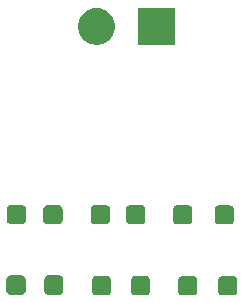
<source format=gbr>
G04 #@! TF.GenerationSoftware,KiCad,Pcbnew,(5.1.4)-1*
G04 #@! TF.CreationDate,2020-01-03T19:08:14-08:00*
G04 #@! TF.ProjectId,Led_tests,4c65645f-7465-4737-9473-2e6b69636164,rev?*
G04 #@! TF.SameCoordinates,Original*
G04 #@! TF.FileFunction,Soldermask,Top*
G04 #@! TF.FilePolarity,Negative*
%FSLAX46Y46*%
G04 Gerber Fmt 4.6, Leading zero omitted, Abs format (unit mm)*
G04 Created by KiCad (PCBNEW (5.1.4)-1) date 2020-01-03 19:08:14*
%MOMM*%
%LPD*%
G04 APERTURE LIST*
%ADD10C,0.100000*%
G04 APERTURE END LIST*
D10*
G36*
X45468593Y-36710003D02*
G01*
X45533011Y-36729544D01*
X45592381Y-36761278D01*
X45644417Y-36803983D01*
X45687122Y-36856019D01*
X45718856Y-36915389D01*
X45738397Y-36979807D01*
X45745600Y-37052940D01*
X45745600Y-37978660D01*
X45738397Y-38051793D01*
X45718856Y-38116211D01*
X45687122Y-38175581D01*
X45644417Y-38227617D01*
X45592381Y-38270322D01*
X45533011Y-38302056D01*
X45468593Y-38321597D01*
X45395460Y-38328800D01*
X44469740Y-38328800D01*
X44396607Y-38321597D01*
X44332189Y-38302056D01*
X44272819Y-38270322D01*
X44220783Y-38227617D01*
X44178078Y-38175581D01*
X44146344Y-38116211D01*
X44126803Y-38051793D01*
X44119600Y-37978660D01*
X44119600Y-37052940D01*
X44126803Y-36979807D01*
X44146344Y-36915389D01*
X44178078Y-36856019D01*
X44220783Y-36803983D01*
X44272819Y-36761278D01*
X44332189Y-36729544D01*
X44396607Y-36710003D01*
X44469740Y-36702800D01*
X45395460Y-36702800D01*
X45468593Y-36710003D01*
X45468593Y-36710003D01*
G37*
G36*
X41480793Y-36710003D02*
G01*
X41545211Y-36729544D01*
X41604581Y-36761278D01*
X41656617Y-36803983D01*
X41699322Y-36856019D01*
X41731056Y-36915389D01*
X41750597Y-36979807D01*
X41757800Y-37052940D01*
X41757800Y-37978660D01*
X41750597Y-38051793D01*
X41731056Y-38116211D01*
X41699322Y-38175581D01*
X41656617Y-38227617D01*
X41604581Y-38270322D01*
X41545211Y-38302056D01*
X41480793Y-38321597D01*
X41407660Y-38328800D01*
X40481940Y-38328800D01*
X40408807Y-38321597D01*
X40344389Y-38302056D01*
X40285019Y-38270322D01*
X40232983Y-38227617D01*
X40190278Y-38175581D01*
X40158544Y-38116211D01*
X40139003Y-38051793D01*
X40131800Y-37978660D01*
X40131800Y-37052940D01*
X40139003Y-36979807D01*
X40158544Y-36915389D01*
X40190278Y-36856019D01*
X40232983Y-36803983D01*
X40285019Y-36761278D01*
X40344389Y-36729544D01*
X40408807Y-36710003D01*
X40481940Y-36702800D01*
X41407660Y-36702800D01*
X41480793Y-36710003D01*
X41480793Y-36710003D01*
G37*
G36*
X38180793Y-36710003D02*
G01*
X38245211Y-36729544D01*
X38304581Y-36761278D01*
X38356617Y-36803983D01*
X38399322Y-36856019D01*
X38431056Y-36915389D01*
X38450597Y-36979807D01*
X38457800Y-37052940D01*
X38457800Y-37978660D01*
X38450597Y-38051793D01*
X38431056Y-38116211D01*
X38399322Y-38175581D01*
X38356617Y-38227617D01*
X38304581Y-38270322D01*
X38245211Y-38302056D01*
X38180793Y-38321597D01*
X38107660Y-38328800D01*
X37181940Y-38328800D01*
X37108807Y-38321597D01*
X37044389Y-38302056D01*
X36985019Y-38270322D01*
X36932983Y-38227617D01*
X36890278Y-38175581D01*
X36858544Y-38116211D01*
X36839003Y-38051793D01*
X36831800Y-37978660D01*
X36831800Y-37052940D01*
X36839003Y-36979807D01*
X36858544Y-36915389D01*
X36890278Y-36856019D01*
X36932983Y-36803983D01*
X36985019Y-36761278D01*
X37044389Y-36729544D01*
X37108807Y-36710003D01*
X37181940Y-36702800D01*
X38107660Y-36702800D01*
X38180793Y-36710003D01*
X38180793Y-36710003D01*
G37*
G36*
X48868593Y-36710003D02*
G01*
X48933011Y-36729544D01*
X48992381Y-36761278D01*
X49044417Y-36803983D01*
X49087122Y-36856019D01*
X49118856Y-36915389D01*
X49138397Y-36979807D01*
X49145600Y-37052940D01*
X49145600Y-37978660D01*
X49138397Y-38051793D01*
X49118856Y-38116211D01*
X49087122Y-38175581D01*
X49044417Y-38227617D01*
X48992381Y-38270322D01*
X48933011Y-38302056D01*
X48868593Y-38321597D01*
X48795460Y-38328800D01*
X47869740Y-38328800D01*
X47796607Y-38321597D01*
X47732189Y-38302056D01*
X47672819Y-38270322D01*
X47620783Y-38227617D01*
X47578078Y-38175581D01*
X47546344Y-38116211D01*
X47526803Y-38051793D01*
X47519600Y-37978660D01*
X47519600Y-37052940D01*
X47526803Y-36979807D01*
X47546344Y-36915389D01*
X47578078Y-36856019D01*
X47620783Y-36803983D01*
X47672819Y-36761278D01*
X47732189Y-36729544D01*
X47796607Y-36710003D01*
X47869740Y-36702800D01*
X48795460Y-36702800D01*
X48868593Y-36710003D01*
X48868593Y-36710003D01*
G37*
G36*
X30939793Y-36659203D02*
G01*
X31004211Y-36678744D01*
X31063581Y-36710478D01*
X31115617Y-36753183D01*
X31158322Y-36805219D01*
X31190056Y-36864589D01*
X31209597Y-36929007D01*
X31216800Y-37002140D01*
X31216800Y-37927860D01*
X31209597Y-38000993D01*
X31190056Y-38065411D01*
X31158322Y-38124781D01*
X31115617Y-38176817D01*
X31063581Y-38219522D01*
X31004211Y-38251256D01*
X30939793Y-38270797D01*
X30866660Y-38278000D01*
X29940940Y-38278000D01*
X29867807Y-38270797D01*
X29803389Y-38251256D01*
X29744019Y-38219522D01*
X29691983Y-38176817D01*
X29649278Y-38124781D01*
X29617544Y-38065411D01*
X29598003Y-38000993D01*
X29590800Y-37927860D01*
X29590800Y-37002140D01*
X29598003Y-36929007D01*
X29617544Y-36864589D01*
X29649278Y-36805219D01*
X29691983Y-36753183D01*
X29744019Y-36710478D01*
X29803389Y-36678744D01*
X29867807Y-36659203D01*
X29940940Y-36652000D01*
X30866660Y-36652000D01*
X30939793Y-36659203D01*
X30939793Y-36659203D01*
G37*
G36*
X34139793Y-36659203D02*
G01*
X34204211Y-36678744D01*
X34263581Y-36710478D01*
X34315617Y-36753183D01*
X34358322Y-36805219D01*
X34390056Y-36864589D01*
X34409597Y-36929007D01*
X34416800Y-37002140D01*
X34416800Y-37927860D01*
X34409597Y-38000993D01*
X34390056Y-38065411D01*
X34358322Y-38124781D01*
X34315617Y-38176817D01*
X34263581Y-38219522D01*
X34204211Y-38251256D01*
X34139793Y-38270797D01*
X34066660Y-38278000D01*
X33140940Y-38278000D01*
X33067807Y-38270797D01*
X33003389Y-38251256D01*
X32944019Y-38219522D01*
X32891983Y-38176817D01*
X32849278Y-38124781D01*
X32817544Y-38065411D01*
X32798003Y-38000993D01*
X32790800Y-37927860D01*
X32790800Y-37002140D01*
X32798003Y-36929007D01*
X32817544Y-36864589D01*
X32849278Y-36805219D01*
X32891983Y-36753183D01*
X32944019Y-36710478D01*
X33003389Y-36678744D01*
X33067807Y-36659203D01*
X33140940Y-36652000D01*
X34066660Y-36652000D01*
X34139793Y-36659203D01*
X34139793Y-36659203D01*
G37*
G36*
X45062193Y-30715603D02*
G01*
X45126611Y-30735144D01*
X45185981Y-30766878D01*
X45238017Y-30809583D01*
X45280722Y-30861619D01*
X45312456Y-30920989D01*
X45331997Y-30985407D01*
X45339200Y-31058540D01*
X45339200Y-31984260D01*
X45331997Y-32057393D01*
X45312456Y-32121811D01*
X45280722Y-32181181D01*
X45238017Y-32233217D01*
X45185981Y-32275922D01*
X45126611Y-32307656D01*
X45062193Y-32327197D01*
X44989060Y-32334400D01*
X44063340Y-32334400D01*
X43990207Y-32327197D01*
X43925789Y-32307656D01*
X43866419Y-32275922D01*
X43814383Y-32233217D01*
X43771678Y-32181181D01*
X43739944Y-32121811D01*
X43720403Y-32057393D01*
X43713200Y-31984260D01*
X43713200Y-31058540D01*
X43720403Y-30985407D01*
X43739944Y-30920989D01*
X43771678Y-30861619D01*
X43814383Y-30809583D01*
X43866419Y-30766878D01*
X43925789Y-30735144D01*
X43990207Y-30715603D01*
X44063340Y-30708400D01*
X44989060Y-30708400D01*
X45062193Y-30715603D01*
X45062193Y-30715603D01*
G37*
G36*
X48562193Y-30715603D02*
G01*
X48626611Y-30735144D01*
X48685981Y-30766878D01*
X48738017Y-30809583D01*
X48780722Y-30861619D01*
X48812456Y-30920989D01*
X48831997Y-30985407D01*
X48839200Y-31058540D01*
X48839200Y-31984260D01*
X48831997Y-32057393D01*
X48812456Y-32121811D01*
X48780722Y-32181181D01*
X48738017Y-32233217D01*
X48685981Y-32275922D01*
X48626611Y-32307656D01*
X48562193Y-32327197D01*
X48489060Y-32334400D01*
X47563340Y-32334400D01*
X47490207Y-32327197D01*
X47425789Y-32307656D01*
X47366419Y-32275922D01*
X47314383Y-32233217D01*
X47271678Y-32181181D01*
X47239944Y-32121811D01*
X47220403Y-32057393D01*
X47213200Y-31984260D01*
X47213200Y-31058540D01*
X47220403Y-30985407D01*
X47239944Y-30920989D01*
X47271678Y-30861619D01*
X47314383Y-30809583D01*
X47366419Y-30766878D01*
X47425789Y-30735144D01*
X47490207Y-30715603D01*
X47563340Y-30708400D01*
X48489060Y-30708400D01*
X48562193Y-30715603D01*
X48562193Y-30715603D01*
G37*
G36*
X38075793Y-30690203D02*
G01*
X38140211Y-30709744D01*
X38199581Y-30741478D01*
X38251617Y-30784183D01*
X38294322Y-30836219D01*
X38326056Y-30895589D01*
X38345597Y-30960007D01*
X38352800Y-31033140D01*
X38352800Y-31958860D01*
X38345597Y-32031993D01*
X38326056Y-32096411D01*
X38294322Y-32155781D01*
X38251617Y-32207817D01*
X38199581Y-32250522D01*
X38140211Y-32282256D01*
X38075793Y-32301797D01*
X38002660Y-32309000D01*
X37076940Y-32309000D01*
X37003807Y-32301797D01*
X36939389Y-32282256D01*
X36880019Y-32250522D01*
X36827983Y-32207817D01*
X36785278Y-32155781D01*
X36753544Y-32096411D01*
X36734003Y-32031993D01*
X36726800Y-31958860D01*
X36726800Y-31033140D01*
X36734003Y-30960007D01*
X36753544Y-30895589D01*
X36785278Y-30836219D01*
X36827983Y-30784183D01*
X36880019Y-30741478D01*
X36939389Y-30709744D01*
X37003807Y-30690203D01*
X37076940Y-30683000D01*
X38002660Y-30683000D01*
X38075793Y-30690203D01*
X38075793Y-30690203D01*
G37*
G36*
X34065193Y-30690203D02*
G01*
X34129611Y-30709744D01*
X34188981Y-30741478D01*
X34241017Y-30784183D01*
X34283722Y-30836219D01*
X34315456Y-30895589D01*
X34334997Y-30960007D01*
X34342200Y-31033140D01*
X34342200Y-31958860D01*
X34334997Y-32031993D01*
X34315456Y-32096411D01*
X34283722Y-32155781D01*
X34241017Y-32207817D01*
X34188981Y-32250522D01*
X34129611Y-32282256D01*
X34065193Y-32301797D01*
X33992060Y-32309000D01*
X33066340Y-32309000D01*
X32993207Y-32301797D01*
X32928789Y-32282256D01*
X32869419Y-32250522D01*
X32817383Y-32207817D01*
X32774678Y-32155781D01*
X32742944Y-32096411D01*
X32723403Y-32031993D01*
X32716200Y-31958860D01*
X32716200Y-31033140D01*
X32723403Y-30960007D01*
X32742944Y-30895589D01*
X32774678Y-30836219D01*
X32817383Y-30784183D01*
X32869419Y-30741478D01*
X32928789Y-30709744D01*
X32993207Y-30690203D01*
X33066340Y-30683000D01*
X33992060Y-30683000D01*
X34065193Y-30690203D01*
X34065193Y-30690203D01*
G37*
G36*
X30965193Y-30690203D02*
G01*
X31029611Y-30709744D01*
X31088981Y-30741478D01*
X31141017Y-30784183D01*
X31183722Y-30836219D01*
X31215456Y-30895589D01*
X31234997Y-30960007D01*
X31242200Y-31033140D01*
X31242200Y-31958860D01*
X31234997Y-32031993D01*
X31215456Y-32096411D01*
X31183722Y-32155781D01*
X31141017Y-32207817D01*
X31088981Y-32250522D01*
X31029611Y-32282256D01*
X30965193Y-32301797D01*
X30892060Y-32309000D01*
X29966340Y-32309000D01*
X29893207Y-32301797D01*
X29828789Y-32282256D01*
X29769419Y-32250522D01*
X29717383Y-32207817D01*
X29674678Y-32155781D01*
X29642944Y-32096411D01*
X29623403Y-32031993D01*
X29616200Y-31958860D01*
X29616200Y-31033140D01*
X29623403Y-30960007D01*
X29642944Y-30895589D01*
X29674678Y-30836219D01*
X29717383Y-30784183D01*
X29769419Y-30741478D01*
X29828789Y-30709744D01*
X29893207Y-30690203D01*
X29966340Y-30683000D01*
X30892060Y-30683000D01*
X30965193Y-30690203D01*
X30965193Y-30690203D01*
G37*
G36*
X41075793Y-30690203D02*
G01*
X41140211Y-30709744D01*
X41199581Y-30741478D01*
X41251617Y-30784183D01*
X41294322Y-30836219D01*
X41326056Y-30895589D01*
X41345597Y-30960007D01*
X41352800Y-31033140D01*
X41352800Y-31958860D01*
X41345597Y-32031993D01*
X41326056Y-32096411D01*
X41294322Y-32155781D01*
X41251617Y-32207817D01*
X41199581Y-32250522D01*
X41140211Y-32282256D01*
X41075793Y-32301797D01*
X41002660Y-32309000D01*
X40076940Y-32309000D01*
X40003807Y-32301797D01*
X39939389Y-32282256D01*
X39880019Y-32250522D01*
X39827983Y-32207817D01*
X39785278Y-32155781D01*
X39753544Y-32096411D01*
X39734003Y-32031993D01*
X39726800Y-31958860D01*
X39726800Y-31033140D01*
X39734003Y-30960007D01*
X39753544Y-30895589D01*
X39785278Y-30836219D01*
X39827983Y-30784183D01*
X39880019Y-30741478D01*
X39939389Y-30709744D01*
X40003807Y-30690203D01*
X40076940Y-30683000D01*
X41002660Y-30683000D01*
X41075793Y-30690203D01*
X41075793Y-30690203D01*
G37*
G36*
X37538985Y-14049002D02*
G01*
X37688810Y-14078804D01*
X37971074Y-14195721D01*
X38225105Y-14365459D01*
X38441141Y-14581495D01*
X38610879Y-14835526D01*
X38727796Y-15117790D01*
X38787400Y-15417440D01*
X38787400Y-15722960D01*
X38727796Y-16022610D01*
X38610879Y-16304874D01*
X38441141Y-16558905D01*
X38225105Y-16774941D01*
X37971074Y-16944679D01*
X37688810Y-17061596D01*
X37538985Y-17091398D01*
X37389161Y-17121200D01*
X37083639Y-17121200D01*
X36933815Y-17091398D01*
X36783990Y-17061596D01*
X36501726Y-16944679D01*
X36247695Y-16774941D01*
X36031659Y-16558905D01*
X35861921Y-16304874D01*
X35745004Y-16022610D01*
X35685400Y-15722960D01*
X35685400Y-15417440D01*
X35745004Y-15117790D01*
X35861921Y-14835526D01*
X36031659Y-14581495D01*
X36247695Y-14365459D01*
X36501726Y-14195721D01*
X36783990Y-14078804D01*
X36933815Y-14049002D01*
X37083639Y-14019200D01*
X37389161Y-14019200D01*
X37538985Y-14049002D01*
X37538985Y-14049002D01*
G37*
G36*
X43867400Y-17121200D02*
G01*
X40765400Y-17121200D01*
X40765400Y-14019200D01*
X43867400Y-14019200D01*
X43867400Y-17121200D01*
X43867400Y-17121200D01*
G37*
M02*

</source>
